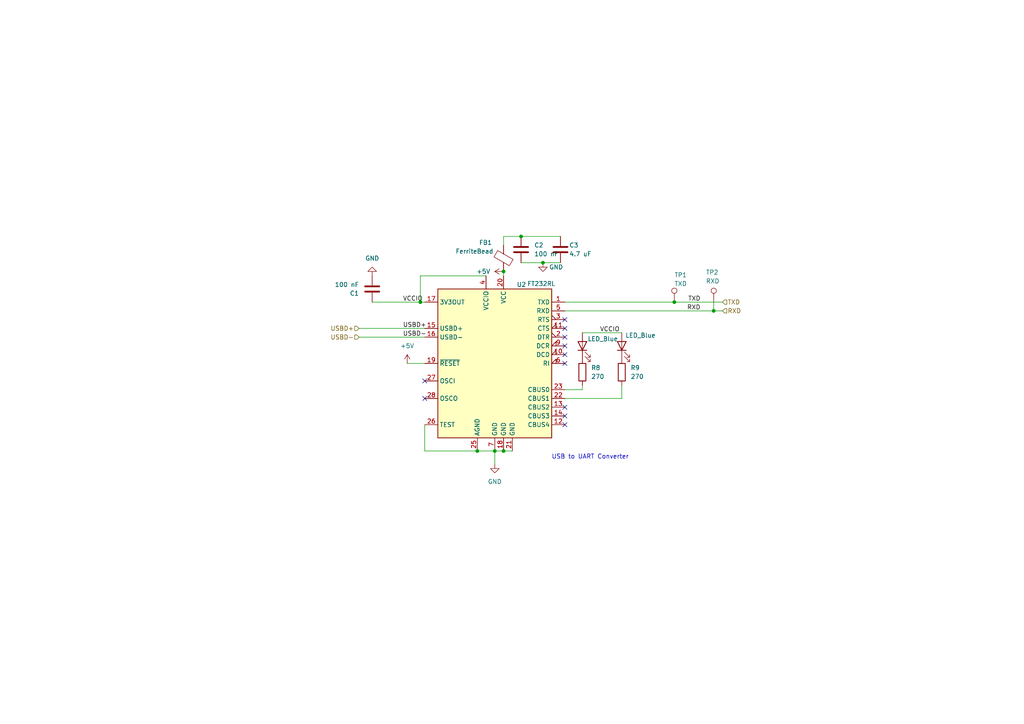
<source format=kicad_sch>
(kicad_sch (version 20231120) (generator "eeschema") (generator_version "8.0")
  (paper "A4")
  (lib_symbols
    (symbol "Connector:TestPoint" (pin_numbers hide) (pin_names (offset 0.762) hide)
      (property "Reference" "TP" (at 0 6.858 0))
      (property "Value" "TestPoint" (at 0 5.08 0))
      (symbol "TestPoint_0_1"
        (circle (center 0 3.302) (radius 0.762))
      )
      (symbol "TestPoint_1_1"
        (pin passive line (at 0 0 90) (length 2.54) (name "1") (number "1"))
      )
    )
    (symbol "Device:C" (pin_numbers hide) (pin_names (offset 0.254))
      (property "Reference" "C" (at 0.635 2.54 0))
      (property "Value" "C" (at 0.635 -2.54 0))
      (symbol "C_0_1"
        (polyline (pts (xy -2.032 -0.762) (xy 2.032 -0.762)) (stroke (width 0.508)))
        (polyline (pts (xy -2.032 0.762) (xy 2.032 0.762)) (stroke (width 0.508)))
      )
      (symbol "C_1_1"
        (pin passive line (at 0 3.81 270) (length 2.794) (name "~") (number "1"))
        (pin passive line (at 0 -3.81 90) (length 2.794) (name "~") (number "2"))
      )
    )
    (symbol "Device:FerriteBead" (pin_numbers hide) (pin_names (offset 0))
      (property "Reference" "FB" (at -3.81 0.635 90))
      (property "Value" "FerriteBead" (at 3.81 0 90))
      (symbol "FerriteBead_0_1"
        (polyline (pts (xy 0 -1.27) (xy 0 -1.2192)))
        (polyline (pts (xy 0 1.27) (xy 0 1.2954)))
        (polyline (pts (xy -2.7686 0.4064) (xy -1.7018 2.2606) (xy 2.7686 -0.3048) (xy 1.6764 -2.159) (xy -2.7686 0.4064)))
      )
      (symbol "FerriteBead_1_1"
        (pin passive line (at 0 3.81 270) (length 2.54) (name "~") (number "1"))
        (pin passive line (at 0 -3.81 90) (length 2.54) (name "~") (number "2"))
      )
    )
    (symbol "Device:LED" (pin_numbers hide) (pin_names (offset 1.016) hide)
      (property "Reference" "D" (at 0 2.54 0))
      (property "Value" "LED" (at 0 -2.54 0))
      (symbol "LED_0_1"
        (polyline (pts (xy -1.27 -1.27) (xy -1.27 1.27)) (stroke (width 0.254)))
        (polyline (pts (xy -1.27 0) (xy 1.27 0)))
        (polyline (pts (xy 1.27 -1.27) (xy 1.27 1.27) (xy -1.27 0) (xy 1.27 -1.27)) (stroke (width 0.254)))
        (polyline (pts (xy -3.048 -0.762) (xy -4.572 -2.286) (xy -3.81 -2.286) (xy -4.572 -2.286) (xy -4.572 -1.524)))
        (polyline (pts (xy -1.778 -0.762) (xy -3.302 -2.286) (xy -2.54 -2.286) (xy -3.302 -2.286) (xy -3.302 -1.524)))
      )
      (symbol "LED_1_1"
        (pin passive line (at -3.81 0 0) (length 2.54) (name "K") (number "1"))
        (pin passive line (at 3.81 0 180) (length 2.54) (name "A") (number "2"))
      )
    )
    (symbol "Device:R" (pin_numbers hide) (pin_names (offset 0))
      (property "Reference" "R" (at 2.032 0 90))
      (property "Value" "R" (at 0 0 90))
      (symbol "R_0_1"
        (rectangle (start -1.016 -2.54) (end 1.016 2.54) (stroke (width 0.254)))
      )
      (symbol "R_1_1"
        (pin passive line (at 0 3.81 270) (length 1.27) (name "~") (number "1"))
        (pin passive line (at 0 -3.81 90) (length 1.27) (name "~") (number "2"))
      )
    )
    (symbol "Interface_USB:FT232RL"
      (property "Reference" "U" (at -16.51 22.86 0))
      (property "Value" "FT232RL" (at 10.16 22.86 0))
      (symbol "FT232RL_0_1"
        (rectangle (start -16.51 21.59) (end 16.51 -21.59) (stroke (width 0.254)) (fill (type background)))
      )
      (symbol "FT232RL_1_1"
        (pin output line (at 20.32 17.78 180) (length 3.81) (name "TXD") (number "1"))
        (pin input input_low (at 20.32 2.54 180) (length 3.81) (name "DCD") (number "10"))
        (pin input input_low (at 20.32 10.16 180) (length 3.81) (name "CTS") (number "11"))
        (pin bidirectional line (at 20.32 -17.78 180) (length 3.81) (name "CBUS4") (number "12"))
        (pin bidirectional line (at 20.32 -12.7 180) (length 3.81) (name "CBUS2") (number "13"))
        (pin bidirectional line (at 20.32 -15.24 180) (length 3.81) (name "CBUS3") (number "14"))
        (pin bidirectional line (at -20.32 10.16 0) (length 3.81) (name "USBD+") (number "15"))
        (pin bidirectional line (at -20.32 7.62 0) (length 3.81) (name "USBD-") (number "16"))
        (pin power_out line (at -20.32 17.78 0) (length 3.81) (name "3V3OUT") (number "17"))
        (pin power_in line (at 2.54 -25.4 90) (length 3.81) (name "GND") (number "18"))
        (pin input line (at -20.32 0 0) (length 3.81) (name "~{RESET}") (number "19"))
        (pin output output_low (at 20.32 7.62 180) (length 3.81) (name "DTR") (number "2"))
        (pin power_in line (at 2.54 25.4 270) (length 3.81) (name "VCC") (number "20"))
        (pin power_in line (at 5.08 -25.4 90) (length 3.81) (name "GND") (number "21"))
        (pin bidirectional line (at 20.32 -10.16 180) (length 3.81) (name "CBUS1") (number "22"))
        (pin bidirectional line (at 20.32 -7.62 180) (length 3.81) (name "CBUS0") (number "23"))
        (pin power_in line (at -5.08 -25.4 90) (length 3.81) (name "AGND") (number "25"))
        (pin input line (at -20.32 -17.78 0) (length 3.81) (name "TEST") (number "26"))
        (pin input line (at -20.32 -5.08 0) (length 3.81) (name "OSCI") (number "27"))
        (pin output line (at -20.32 -10.16 0) (length 3.81) (name "OSCO") (number "28"))
        (pin output output_low (at 20.32 12.7 180) (length 3.81) (name "RTS") (number "3"))
        (pin power_in line (at -2.54 25.4 270) (length 3.81) (name "VCCIO") (number "4"))
        (pin input line (at 20.32 15.24 180) (length 3.81) (name "RXD") (number "5"))
        (pin input input_low (at 20.32 0 180) (length 3.81) (name "RI") (number "6"))
        (pin power_in line (at 0 -25.4 90) (length 3.81) (name "GND") (number "7"))
        (pin input input_low (at 20.32 5.08 180) (length 3.81) (name "DCR") (number "9"))
      )
    )
    (symbol "power:+5V" (power) (pin_numbers hide) (pin_names (offset 0) hide)
      (property "Value" "+5V" (at 0 3.556 0))
      (symbol "+5V_0_1"
        (polyline (pts (xy -0.762 1.27) (xy 0 2.54)))
        (polyline (pts (xy 0 0) (xy 0 2.54)))
        (polyline (pts (xy 0 2.54) (xy 0.762 1.27)))
      )
      (symbol "+5V_1_1"
        (pin power_in line (at 0 0 90) (length 0) (name "~") (number "1"))
      )
    )
    (symbol "power:GND" (power) (pin_numbers hide) (pin_names (offset 0) hide)
      (property "Value" "GND" (at 0 -3.81 0))
      (symbol "GND_0_1"
        (polyline (pts (xy 0 0) (xy 0 -1.27) (xy 1.27 -1.27) (xy 0 -2.54) (xy -1.27 -1.27) (xy 0 -1.27)))
      )
      (symbol "GND_1_1"
        (pin power_in line (at 0 0 270) (length 0) (name "~") (number "1"))
      )
    )
  )
  (junction (at 146.05 130.81))
  (junction (at 121.92 87.63))
  (junction (at 157.48 76.2))
  (junction (at 146.05 78.74))
  (junction (at 151.13 68.58))
  (junction (at 207.01 90.17))
  (junction (at 138.43 130.81))
  (junction (at 195.58 87.63))
  (junction (at 143.51 130.81))
  (no_connect (at 123.19 115.57))
  (no_connect (at 163.83 120.65))
  (no_connect (at 163.83 100.33))
  (no_connect (at 163.83 102.87))
  (no_connect (at 163.83 118.11))
  (no_connect (at 163.83 97.79))
  (no_connect (at 123.19 110.49))
  (no_connect (at 163.83 95.25))
  (no_connect (at 163.83 123.19))
  (no_connect (at 163.83 92.71))
  (no_connect (at 163.83 105.41))
  (wire (pts (xy 146.05 130.81) (xy 148.59 130.81)))
  (wire (pts (xy 168.91 113.03) (xy 163.83 113.03)))
  (wire (pts (xy 104.14 97.79) (xy 123.19 97.79)))
  (wire (pts (xy 123.19 123.19) (xy 123.19 130.81)))
  (wire (pts (xy 151.13 68.58) (xy 162.56 68.58)))
  (wire (pts (xy 121.92 87.63) (xy 123.19 87.63)))
  (wire (pts (xy 157.48 76.2) (xy 162.56 76.2)))
  (wire (pts (xy 146.05 78.74) (xy 146.05 80.01)))
  (wire (pts (xy 163.83 87.63) (xy 195.58 87.63)))
  (wire (pts (xy 143.51 130.81) (xy 143.51 134.62)))
  (wire (pts (xy 163.83 90.17) (xy 207.01 90.17)))
  (wire (pts (xy 168.91 96.52) (xy 180.34 96.52)))
  (wire (pts (xy 195.58 87.63) (xy 209.55 87.63)))
  (wire (pts (xy 207.01 87.63) (xy 207.01 90.17)))
  (wire (pts (xy 121.92 87.63) (xy 121.92 80.01)))
  (wire (pts (xy 123.19 130.81) (xy 138.43 130.81)))
  (wire (pts (xy 146.05 68.58) (xy 146.05 71.12)))
  (wire (pts (xy 180.34 115.57) (xy 163.83 115.57)))
  (wire (pts (xy 143.51 130.81) (xy 146.05 130.81)))
  (wire (pts (xy 121.92 80.01) (xy 140.97 80.01)))
  (wire (pts (xy 138.43 130.81) (xy 143.51 130.81)))
  (wire (pts (xy 146.05 68.58) (xy 151.13 68.58)))
  (wire (pts (xy 180.34 111.76) (xy 180.34 115.57)))
  (wire (pts (xy 118.11 105.41) (xy 123.19 105.41)))
  (wire (pts (xy 151.13 76.2) (xy 157.48 76.2)))
  (wire (pts (xy 107.95 87.63) (xy 121.92 87.63)))
  (wire (pts (xy 168.91 111.76) (xy 168.91 113.03)))
  (wire (pts (xy 104.14 95.25) (xy 123.19 95.25)))
  (wire (pts (xy 207.01 90.17) (xy 209.55 90.17)))
  (text "USB to UART Converter" (at 171.196 132.588 0) (effects (font (size 1.27 1.27))))
  (label "VCCIO" (at 173.99 96.52 0))
  (label "RXD" (at 203.2 90.17 180))
  (label "USBD-" (at 116.84 97.79 0))
  (label "TXD" (at 203.2 87.63 180))
  (label "USBD+" (at 116.84 95.25 0))
  (label "VCCIO" (at 116.84 87.63 0))
  (hierarchical_label "USBD+" (shape input) (at 104.14 95.25 180))
  (hierarchical_label "USBD-" (shape input) (at 104.14 97.79 180))
  (hierarchical_label "TXD" (shape input) (at 209.55 87.63 0))
  (hierarchical_label "RXD" (shape input) (at 209.55 90.17 0))
  (symbol (lib_id "Device:R") (at 168.91 107.95 0) (unit 1)
    (property "Reference" "R8" (at 171.45 106.6799 0) (effects (justify left)))
    (property "Value" "270" (at 171.45 109.2199 0) (effects (justify left)))
    (property "Footprint" "Resistor_SMD:R_0805_2012Metric_Pad1.20x1.40mm_HandSolder" (effects (hide yes)))
    (property "Description" "Resistor" (effects (hide yes)))
  )
  (symbol (lib_id "Connector:TestPoint") (at 207.01 87.63 0) (unit 1)
    (property "Reference" "TP2" (at 204.724 78.994 0) (effects (justify left)))
    (property "Value" "RXD" (at 204.724 81.534 0) (effects (justify left)))
    (property "Description" "test point" (effects (hide yes)))
  )
  (symbol (lib_id "Device:LED") (at 180.34 100.33 90) (unit 1)
    (property "Reference" "D8" (effects (hide yes)))
    (property "Value" "LED_Blue" (at 181.356 97.282 90) (effects (justify right)))
    (property "Footprint" "LED_SMD:LED_0805_2012Metric_Pad1.15x1.40mm_HandSolder" (effects (hide yes)))
    (property "Description" "Light emitting diode" (effects (hide yes)))
  )
  (symbol (lib_id "power:GND") (at 157.48 76.2 0) (unit 1)
    (property "Reference" "#PWR016" (effects (hide yes)))
    (property "Value" "GND" (at 161.29 77.47 0))
    (property "Description" "Power symbol creates a global label with name \"GND\" , ground" (effects (hide yes)))
  )
  (symbol (lib_id "power:+5V") (at 118.11 105.41 0) (unit 1)
    (property "Reference" "#PWR013" (effects (hide yes)))
    (property "Value" "+5V" (at 118.11 100.33 0))
    (property "Description" "Power symbol creates a global label with name \"+5V\"" (effects (hide yes)))
  )
  (symbol (lib_id "Connector:TestPoint") (at 195.58 87.63 0) (unit 1)
    (property "Reference" "TP1" (at 195.58 79.756 0) (effects (justify left)))
    (property "Value" "TXD" (at 195.58 82.296 0) (effects (justify left)))
    (property "Description" "test point" (effects (hide yes)))
  )
  (symbol (lib_id "Device:C") (at 151.13 72.39 0) (unit 1)
    (property "Reference" "C2" (at 154.94 71.1199 0) (effects (justify left)))
    (property "Value" "100 nF" (at 154.94 73.6599 0) (effects (justify left)))
    (property "Footprint" "Capacitor_SMD:C_0805_2012Metric_Pad1.18x1.45mm_HandSolder" (effects (hide yes)))
    (property "Description" "Unpolarized capacitor" (effects (hide yes)))
  )
  (symbol (lib_id "Device:C") (at 107.95 83.82 180) (unit 1)
    (property "Reference" "C1" (at 104.14 85.0901 0) (effects (justify left)))
    (property "Value" "100 nF" (at 104.14 82.5501 0) (effects (justify left)))
    (property "Footprint" "Capacitor_SMD:C_0805_2012Metric_Pad1.18x1.45mm_HandSolder" (effects (hide yes)))
    (property "Description" "Unpolarized capacitor" (effects (hide yes)))
  )
  (symbol (lib_id "power:GND") (at 143.51 134.62 0) (unit 1)
    (property "Reference" "#PWR014" (effects (hide yes)))
    (property "Value" "GND" (at 143.51 139.7 0))
    (property "Description" "Power symbol creates a global label with name \"GND\" , ground" (effects (hide yes)))
  )
  (symbol (lib_id "Device:LED") (at 168.91 100.33 90) (unit 1)
    (property "Reference" "D7" (effects (hide yes)))
    (property "Value" "LED_Blue" (at 170.434 98.298 90) (effects (justify right)))
    (property "Footprint" "LED_SMD:LED_0805_2012Metric_Pad1.15x1.40mm_HandSolder" (effects (hide yes)))
    (property "Description" "Light emitting diode" (effects (hide yes)))
  )
  (symbol (lib_id "Device:R") (at 180.34 107.95 0) (unit 1)
    (property "Reference" "R9" (at 182.88 106.6799 0) (effects (justify left)))
    (property "Value" "270" (at 182.88 109.2199 0) (effects (justify left)))
    (property "Footprint" "Capacitor_SMD:C_0805_2012Metric_Pad1.18x1.45mm_HandSolder" (effects (hide yes)))
    (property "Description" "Resistor" (effects (hide yes)))
  )
  (symbol (lib_id "power:+5V") (at 146.05 78.74 90) (unit 1)
    (property "Reference" "#PWR015" (effects (hide yes)))
    (property "Value" "+5V" (at 142.24 78.7399 90) (effects (justify left)))
    (property "Description" "Power symbol creates a global label with name \"+5V\"" (effects (hide yes)))
  )
  (symbol (lib_id "Interface_USB:FT232RL") (at 143.51 105.41 0) (unit 1)
    (property "Reference" "U2" (at 149.86 82.55 0) (effects (justify left)))
    (property "Value" "FT232RL" (at 152.908 82.296 0) (effects (justify left)))
    (property "Footprint" "Library:Project_FT232" (effects (hide yes)))
    (property "Datasheet" "https://www.ftdichip.com/Support/Documents/DataSheets/ICs/DS_FT232R.pdf" (effects (hide yes)))
  )
  (symbol (lib_id "Device:C") (at 162.56 72.39 0) (unit 1)
    (property "Reference" "C3" (at 165.1 71.12 0) (effects (justify left)))
    (property "Value" "4.7 uF" (at 165.1 73.66 0) (effects (justify left)))
    (property "Footprint" "Capacitor_SMD:C_0805_2012Metric_Pad1.18x1.45mm_HandSolder" (effects (hide yes)))
    (property "Description" "Unpolarized capacitor" (effects (hide yes)))
  )
  (symbol (lib_id "Device:FerriteBead") (at 146.05 74.93 0) (unit 1)
    (property "Reference" "FB1" (at 138.938 70.358 0) (effects (justify left)))
    (property "Value" "FerriteBead" (at 132.08 72.898 0) (effects (justify left)))
    (property "Footprint" "Library:FB" (effects (hide yes)))
    (property "Description" "Ferrite bead" (effects (hide yes)))
  )
  (symbol (lib_id "power:GND") (at 107.95 80.01 180) (unit 1)
    (property "Reference" "#PWR012" (effects (hide yes)))
    (property "Value" "GND" (at 107.95 74.93 0))
    (property "Description" "Power symbol creates a global label with name \"GND\" , ground" (effects (hide yes)))
  )
)
</source>
